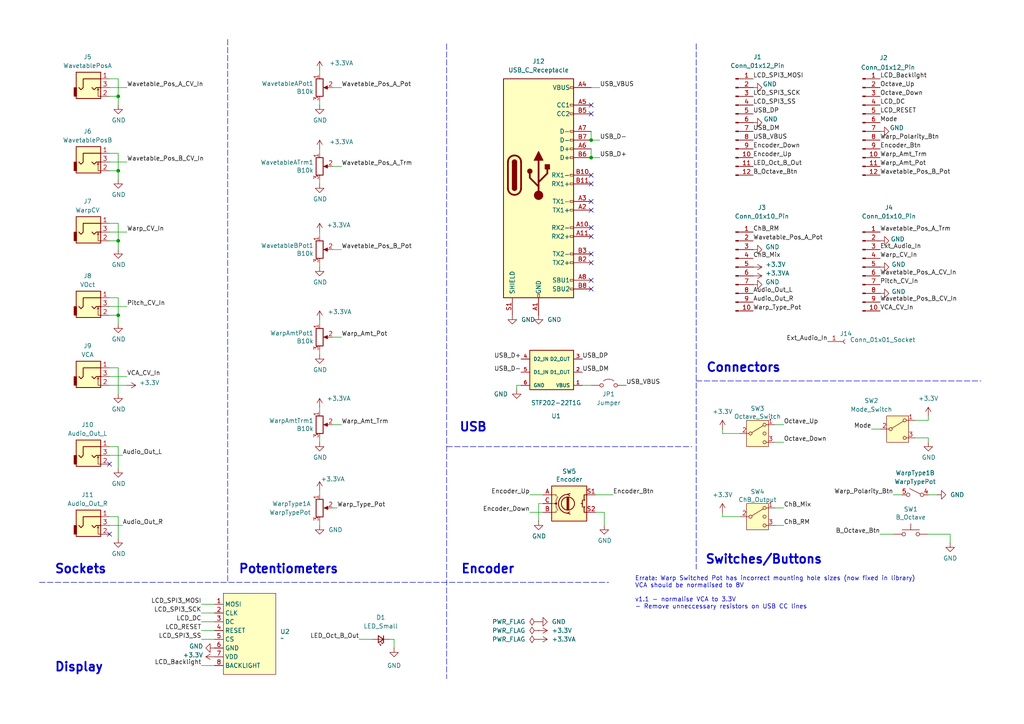
<source format=kicad_sch>
(kicad_sch (version 20231120) (generator "eeschema") (generator_version "8.0")
  (paper "A4")
  (title_block (title "Kishoof Components") (date "2025-07-06") (rev "1.1") (company "Mountjoy Modular"))
  (lib_symbols
    (symbol "Connector:Conn_01x01_Socket" (pin_names (offset 1.016) hide)
      (property "Reference" "J" (at 0 2.54 0))
      (property "Value" "Conn_01x01_Socket" (at 0 -2.54 0))
      (symbol "Conn_01x01_Socket_1_1"
        (pin passive line (at -5.08 0 0) (length 3.81) (name "Pin_1") (number "1"))
      )
    )
    (symbol "Connector:Conn_01x10_Pin" (pin_names (offset 1.016) hide)
      (property "Reference" "J" (at 0 12.7 0))
      (property "Value" "Conn_01x10_Pin" (at 0 -15.24 0))
      (symbol "Conn_01x10_Pin_1_1"
        (pin passive line (at 5.08 10.16 180) (length 3.81) (name "Pin_1") (number "1"))
        (pin passive line (at 5.08 -12.7 180) (length 3.81) (name "Pin_10") (number "10"))
        (pin passive line (at 5.08 7.62 180) (length 3.81) (name "Pin_2") (number "2"))
        (pin passive line (at 5.08 5.08 180) (length 3.81) (name "Pin_3") (number "3"))
        (pin passive line (at 5.08 2.54 180) (length 3.81) (name "Pin_4") (number "4"))
        (pin passive line (at 5.08 0 180) (length 3.81) (name "Pin_5") (number "5"))
        (pin passive line (at 5.08 -2.54 180) (length 3.81) (name "Pin_6") (number "6"))
        (pin passive line (at 5.08 -5.08 180) (length 3.81) (name "Pin_7") (number "7"))
        (pin passive line (at 5.08 -7.62 180) (length 3.81) (name "Pin_8") (number "8"))
        (pin passive line (at 5.08 -10.16 180) (length 3.81) (name "Pin_9") (number "9"))
      )
    )
    (symbol "Connector:Conn_01x12_Pin" (pin_names (offset 1.016) hide)
      (property "Reference" "J" (at 0 15.24 0))
      (property "Value" "Conn_01x12_Pin" (at 0 -17.78 0))
      (symbol "Conn_01x12_Pin_1_1"
        (pin passive line (at 5.08 12.7 180) (length 3.81) (name "Pin_1") (number "1"))
        (pin passive line (at 5.08 -10.16 180) (length 3.81) (name "Pin_10") (number "10"))
        (pin passive line (at 5.08 -12.7 180) (length 3.81) (name "Pin_11") (number "11"))
        (pin passive line (at 5.08 -15.24 180) (length 3.81) (name "Pin_12") (number "12"))
        (pin passive line (at 5.08 10.16 180) (length 3.81) (name "Pin_2") (number "2"))
        (pin passive line (at 5.08 7.62 180) (length 3.81) (name "Pin_3") (number "3"))
        (pin passive line (at 5.08 5.08 180) (length 3.81) (name "Pin_4") (number "4"))
        (pin passive line (at 5.08 2.54 180) (length 3.81) (name "Pin_5") (number "5"))
        (pin passive line (at 5.08 0 180) (length 3.81) (name "Pin_6") (number "6"))
        (pin passive line (at 5.08 -2.54 180) (length 3.81) (name "Pin_7") (number "7"))
        (pin passive line (at 5.08 -5.08 180) (length 3.81) (name "Pin_8") (number "8"))
        (pin passive line (at 5.08 -7.62 180) (length 3.81) (name "Pin_9") (number "9"))
      )
    )
    (symbol "Connector:USB_C_Receptacle" (pin_names (offset 1.016))
      (property "Reference" "J" (at -10.16 29.21 0))
      (property "Value" "USB_C_Receptacle" (at 10.16 29.21 0))
      (symbol "USB_C_Receptacle_1_1"
        (pin passive line (at 0 -40.64 90) (length 5.08) (name "GND") (number "A1"))
        (pin bidirectional line (at 15.24 -15.24 180) (length 5.08) (name "RX2-") (number "A10"))
        (pin bidirectional line (at 15.24 -17.78 180) (length 5.08) (name "RX2+") (number "A11"))
        (pin passive line (at 0 -40.64 90) (length 5.08) hide (name "GND") (number "A12"))
        (pin bidirectional line (at 15.24 -10.16 180) (length 5.08) (name "TX1+") (number "A2"))
        (pin bidirectional line (at 15.24 -7.62 180) (length 5.08) (name "TX1-") (number "A3"))
        (pin passive line (at 15.24 25.4 180) (length 5.08) (name "VBUS") (number "A4"))
        (pin bidirectional line (at 15.24 20.32 180) (length 5.08) (name "CC1") (number "A5"))
        (pin bidirectional line (at 15.24 7.62 180) (length 5.08) (name "D+") (number "A6"))
        (pin bidirectional line (at 15.24 12.7 180) (length 5.08) (name "D-") (number "A7"))
        (pin bidirectional line (at 15.24 -30.48 180) (length 5.08) (name "SBU1") (number "A8"))
        (pin passive line (at 15.24 25.4 180) (length 5.08) hide (name "VBUS") (number "A9"))
        (pin passive line (at 0 -40.64 90) (length 5.08) hide (name "GND") (number "B1"))
        (pin bidirectional line (at 15.24 0 180) (length 5.08) (name "RX1-") (number "B10"))
        (pin bidirectional line (at 15.24 -2.54 180) (length 5.08) (name "RX1+") (number "B11"))
        (pin passive line (at 0 -40.64 90) (length 5.08) hide (name "GND") (number "B12"))
        (pin bidirectional line (at 15.24 -25.4 180) (length 5.08) (name "TX2+") (number "B2"))
        (pin bidirectional line (at 15.24 -22.86 180) (length 5.08) (name "TX2-") (number "B3"))
        (pin passive line (at 15.24 25.4 180) (length 5.08) hide (name "VBUS") (number "B4"))
        (pin bidirectional line (at 15.24 17.78 180) (length 5.08) (name "CC2") (number "B5"))
        (pin bidirectional line (at 15.24 5.08 180) (length 5.08) (name "D+") (number "B6"))
        (pin bidirectional line (at 15.24 10.16 180) (length 5.08) (name "D-") (number "B7"))
        (pin bidirectional line (at 15.24 -33.02 180) (length 5.08) (name "SBU2") (number "B8"))
        (pin passive line (at 15.24 25.4 180) (length 5.08) hide (name "VBUS") (number "B9"))
        (pin passive line (at -7.62 -40.64 90) (length 5.08) (name "SHIELD") (number "S1"))
      )
    )
    (symbol "Device:LED_Small" (pin_numbers hide) (pin_names (offset 0.254) hide)
      (property "Reference" "D" (at -1.27 3.175 0))
      (property "Value" "LED_Small" (at -4.445 -2.54 0))
      (symbol "LED_Small_1_1"
        (pin passive line (at -2.54 0 0) (length 1.778) (name "K") (number "1"))
        (pin passive line (at 2.54 0 180) (length 1.778) (name "A") (number "2"))
      )
    )
    (symbol "Device:R_Potentiometer" (pin_names (offset 1.016) hide)
      (property "Reference" "RV" (at -4.445 0 90))
      (property "Value" "R_Potentiometer" (at -2.54 0 90))
      (symbol "R_Potentiometer_1_1"
        (pin passive line (at 0 3.81 270) (length 1.27) (name "1") (number "1"))
        (pin passive line (at 3.81 0 180) (length 1.27) (name "2") (number "2"))
        (pin passive line (at 0 -3.81 90) (length 1.27) (name "3") (number "3"))
      )
    )
    (symbol "Device:RotaryEncoder_Switch" (pin_names (offset 0.254) hide)
      (property "Reference" "SW" (at 0 6.604 0))
      (property "Value" "RotaryEncoder_Switch" (at 0 -6.604 0))
      (symbol "RotaryEncoder_Switch_1_1"
        (pin passive line (at -7.62 2.54 0) (length 2.54) (name "A") (number "A"))
        (pin passive line (at -7.62 -2.54 0) (length 2.54) (name "B") (number "B"))
        (pin passive line (at -7.62 0 0) (length 2.54) (name "C") (number "C"))
        (pin passive line (at 7.62 2.54 180) (length 2.54) (name "S1") (number "S1"))
        (pin passive line (at 7.62 -2.54 180) (length 2.54) (name "S2") (number "S2"))
      )
    )
    (symbol "Jumper:Jumper_2_Open" (pin_numbers hide) (pin_names (offset 0) hide) (exclude_from_sim yes)
      (property "Reference" "JP" (at 0 2.794 0))
      (property "Value" "Jumper_2_Open" (at 0 -2.286 0))
      (symbol "Jumper_2_Open_1_1"
        (pin passive line (at -5.08 0 0) (length 2.54) (name "A") (number "1"))
        (pin passive line (at 5.08 0 180) (length 2.54) (name "B") (number "2"))
      )
    )
    (symbol "Mountjoy:LCD_Riser"
      (property "Reference" "U" (at 0 -14.732 0))
      (symbol "LCD_Riser_0_0"
        (pin input line (at -10.16 7.62 0) (length 2.54) (name "MOSI") (number "1"))
        (pin input line (at -10.16 5.08 0) (length 2.54) (name "CLK") (number "2"))
        (pin input line (at -10.16 2.54 0) (length 2.54) (name "DC") (number "3"))
        (pin input line (at -10.16 0 0) (length 2.54) (name "RESET") (number "4"))
        (pin input line (at -10.16 -2.54 0) (length 2.54) (name "CS") (number "5"))
        (pin power_in line (at -10.16 -5.08 0) (length 2.54) (name "GND") (number "6"))
        (pin power_in line (at -10.16 -7.62 0) (length 2.54) (name "VDD") (number "7"))
        (pin input line (at -10.16 -10.16 0) (length 2.54) (name "BACKLIGHT") (number "8"))
      )
    )
    (symbol "Mountjoy:Switch_Potentiometer" (pin_names (offset 1.016) hide)
      (property "Reference" "RV" (at -7.62 1.27 90))
      (property "Value" "Switch_Potentiometer" (at -5.08 0 90))
      (symbol "Switch_Potentiometer_1_1"
        (pin passive line (at 0 3.81 270) (length 1.27) (name "1") (number "1"))
        (pin passive line (at 3.81 0 180) (length 1.27) (name "2") (number "2"))
        (pin passive line (at 0 -3.81 90) (length 1.27) (name "3") (number "3"))
      )
      (symbol "Switch_Potentiometer_2_1"
        (pin passive line (at -3.81 0 0) (length 1.27) (name "1") (number "4"))
        (pin passive line (at 3.81 0 180) (length 1.27) (name "2") (number "5"))
      )
    )
    (symbol "STF202-22T1G:STF202-22T1G" (pin_names (offset 1.016))
      (property "Reference" "U" (at -1.27 8.89 0))
      (property "Value" "STF202-22T1G" (at -7.62 -10.16 0))
      (symbol "STF202-22T1G_0_0"
        (pin bidirectional line (at 8.89 -3.81 180) (length 2.54) (name "VBUS") (number "1"))
        (pin bidirectional line (at 8.89 0 180) (length 2.54) (name "D1_OUT") (number "2"))
        (pin bidirectional line (at 8.89 3.81 180) (length 2.54) (name "D2_OUT") (number "3"))
        (pin bidirectional line (at -8.89 3.81 0) (length 2.54) (name "D2_IN") (number "4"))
        (pin bidirectional line (at -8.89 0 0) (length 2.54) (name "D1_IN") (number "5"))
        (pin power_in line (at -8.89 -3.81 0) (length 2.54) (name "GND") (number "6"))
      )
    )
    (symbol "Switch:SW_Push" (pin_numbers hide) (pin_names (offset 1.016) hide)
      (property "Reference" "SW" (at 1.27 2.54 0))
      (property "Value" "SW_Push" (at 0 -1.524 0))
      (symbol "SW_Push_0_1"
        (pin passive line (at -5.08 0 0) (length 2.54) (name "1") (number "1"))
        (pin passive line (at 5.08 0 180) (length 2.54) (name "2") (number "2"))
      )
    )
    (symbol "Switch:SW_SPDT" (pin_names (offset 0) hide)
      (property "Reference" "SW" (at 0 5.08 0))
      (property "Value" "SW_SPDT" (at 0 -5.08 0))
      (symbol "SW_SPDT_1_1"
        (pin passive line (at 5.08 2.54 180) (length 2.54) (name "A") (number "1"))
        (pin passive line (at -5.08 0 0) (length 2.54) (name "B") (number "2"))
        (pin passive line (at 5.08 -2.54 180) (length 2.54) (name "C") (number "3"))
      )
    )
    (symbol "Switch:SW_SPDT_MSM" (pin_names (offset 0) hide)
      (property "Reference" "SW" (at 0 5.08 0))
      (property "Value" "SW_SPDT_MSM" (at 0 -5.08 0))
      (symbol "SW_SPDT_MSM_1_1"
        (pin passive line (at 5.08 2.54 180) (length 2.54) (name "1") (number "1"))
        (pin passive line (at -5.08 0 0) (length 2.54) (name "3") (number "2"))
        (pin passive line (at 5.08 -2.54 180) (length 2.54) (name "4") (number "3"))
      )
    )
    (symbol "power:+3.3V" (power) (pin_numbers hide) (pin_names (offset 0) hide)
      (property "Value" "+3.3V" (at 0 3.556 0))
      (symbol "+3.3V_1_1"
        (pin power_in line (at 0 0 90) (length 0) (name "~") (number "1"))
      )
    )
    (symbol "power:+3.3VA" (power) (pin_numbers hide) (pin_names (offset 0) hide)
      (property "Value" "+3.3VA" (at 0 3.556 0))
      (symbol "+3.3VA_1_1"
        (pin power_in line (at 0 0 90) (length 0) (name "~") (number "1"))
      )
    )
    (symbol "power:GND" (power) (pin_numbers hide) (pin_names (offset 0) hide)
      (property "Value" "GND" (at 0 -3.81 0))
      (symbol "GND_1_1"
        (pin power_in line (at 0 0 270) (length 0) (name "~") (number "1"))
      )
    )
    (symbol "power:PWR_FLAG" (power) (pin_numbers hide) (pin_names (offset 0) hide)
      (property "Value" "PWR_FLAG" (at 0 3.81 0))
      (symbol "PWR_FLAG_0_0"
        (pin power_out line (at 0 0 90) (length 0) (name "~") (number "1"))
      )
    )
    (symbol "thonkiconn:AudioJack2_Ground_Switch" (pin_names (offset 1.016))
      (property "Reference" "J" (at 0 8.89 0))
      (property "Value" "AudioJack2_Ground_Switch" (at 0 6.35 0))
      (symbol "AudioJack2_Ground_Switch_1_1"
        (pin passive line (at 5.08 2.54 180) (length 2.54) (name "~") (number "1"))
        (pin passive line (at 5.08 -2.54 180) (length 2.54) (name "~") (number "2"))
        (pin passive line (at 5.08 0 180) (length 2.54) (name "~") (number "3"))
      )
    )
  )
  (junction (at 34.29 69.85))
  (junction (at 34.29 27.94))
  (junction (at 34.29 49.53))
  (junction (at 34.29 91.44))
  (junction (at 171.45 45.72))
  (junction (at 171.45 40.64))
  (no_connect (at 171.45 50.8))
  (no_connect (at 171.45 60.96))
  (no_connect (at 171.45 58.42))
  (no_connect (at 171.45 73.66))
  (no_connect (at 31.75 154.94))
  (no_connect (at 171.45 68.58))
  (no_connect (at 171.45 83.82))
  (no_connect (at 171.45 53.34))
  (no_connect (at 171.45 30.48))
  (no_connect (at 171.45 76.2))
  (no_connect (at 171.45 66.04))
  (no_connect (at 171.45 33.02))
  (no_connect (at 31.75 134.62))
  (no_connect (at 171.45 81.28))
  (wire (pts (xy 171.45 45.72) (xy 173.99 45.72)))
  (wire (pts (xy 34.29 22.86) (xy 34.29 27.94)))
  (wire (pts (xy 34.29 129.54) (xy 34.29 135.89)))
  (wire (pts (xy 58.42 180.34) (xy 62.23 180.34)))
  (wire (pts (xy 92.71 20.32) (xy 92.71 21.59)))
  (polyline (pts (xy 66.04 11.43) (xy 66.04 168.91)) (stroke (width 0) (type dash)))
  (wire (pts (xy 31.75 129.54) (xy 34.29 129.54)))
  (wire (pts (xy 153.67 148.59) (xy 157.48 148.59)))
  (wire (pts (xy 34.29 44.45) (xy 34.29 49.53)))
  (wire (pts (xy 275.59 154.94) (xy 275.59 157.48)))
  (wire (pts (xy 92.71 142.24) (xy 92.71 143.51)))
  (wire (pts (xy 92.71 52.07) (xy 92.71 53.34)))
  (wire (pts (xy 58.42 193.04) (xy 62.23 193.04)))
  (wire (pts (xy 209.55 124.46) (xy 209.55 125.73)))
  (wire (pts (xy 34.29 149.86) (xy 34.29 156.21)))
  (wire (pts (xy 34.29 106.68) (xy 34.29 114.3)))
  (wire (pts (xy 168.91 111.76) (xy 171.45 111.76)))
  (wire (pts (xy 31.75 49.53) (xy 34.29 49.53)))
  (wire (pts (xy 209.55 148.59) (xy 209.55 149.86)))
  (wire (pts (xy 224.79 147.32) (xy 227.33 147.32)))
  (wire (pts (xy 92.71 118.11) (xy 92.71 119.38)))
  (wire (pts (xy 31.75 111.76) (xy 36.83 111.76)))
  (polyline (pts (xy 129.54 129.54) (xy 200.66 129.54)) (stroke (width 0) (type dash)))
  (wire (pts (xy 31.75 91.44) (xy 34.29 91.44)))
  (wire (pts (xy 269.24 120.65) (xy 269.24 121.92)))
  (wire (pts (xy 31.75 27.94) (xy 34.29 27.94)))
  (wire (pts (xy 58.42 175.26) (xy 62.23 175.26)))
  (wire (pts (xy 92.71 92.71) (xy 92.71 93.98)))
  (polyline (pts (xy 129.54 12.7) (xy 129.54 196.85)) (stroke (width 0) (type dash)))
  (wire (pts (xy 97.79 147.32) (xy 96.52 147.32)))
  (wire (pts (xy 96.52 25.4) (xy 99.06 25.4)))
  (wire (pts (xy 31.75 86.36) (xy 34.29 86.36)))
  (wire (pts (xy 31.75 69.85) (xy 34.29 69.85)))
  (wire (pts (xy 265.43 121.92) (xy 269.24 121.92)))
  (wire (pts (xy 224.79 123.19) (xy 227.33 123.19)))
  (wire (pts (xy 214.63 125.73) (xy 209.55 125.73)))
  (wire (pts (xy 92.71 29.21) (xy 92.71 30.48)))
  (wire (pts (xy 104.14 185.42) (xy 107.95 185.42)))
  (wire (pts (xy 31.75 44.45) (xy 34.29 44.45)))
  (wire (pts (xy 224.79 128.27) (xy 227.33 128.27)))
  (wire (pts (xy 171.45 43.18) (xy 171.45 45.72)))
  (wire (pts (xy 156.21 146.05) (xy 157.48 146.05)))
  (wire (pts (xy 31.75 64.77) (xy 34.29 64.77)))
  (wire (pts (xy 31.75 106.68) (xy 34.29 106.68)))
  (wire (pts (xy 34.29 69.85) (xy 34.29 72.39)))
  (wire (pts (xy 92.71 101.6) (xy 92.71 102.87)))
  (wire (pts (xy 113.03 185.42) (xy 114.3 185.42)))
  (wire (pts (xy 149.86 111.76) (xy 151.13 111.76)))
  (wire (pts (xy 31.75 25.4) (xy 36.83 25.4)))
  (wire (pts (xy 92.71 43.18) (xy 92.71 44.45)))
  (wire (pts (xy 269.24 127) (xy 269.24 128.27)))
  (wire (pts (xy 224.79 152.4) (xy 227.33 152.4)))
  (wire (pts (xy 172.72 143.51) (xy 177.8 143.51)))
  (wire (pts (xy 96.52 48.26) (xy 99.06 48.26)))
  (wire (pts (xy 149.86 113.03) (xy 149.86 111.76)))
  (wire (pts (xy 255.27 154.94) (xy 259.08 154.94)))
  (polyline (pts (xy 11.43 168.91) (xy 176.53 168.91)) (stroke (width 0) (type dash)))
  (wire (pts (xy 92.71 152.4) (xy 92.71 151.13)))
  (wire (pts (xy 269.24 154.94) (xy 275.59 154.94)))
  (wire (pts (xy 34.29 86.36) (xy 34.29 91.44)))
  (wire (pts (xy 96.52 72.39) (xy 99.06 72.39)))
  (wire (pts (xy 175.26 148.59) (xy 175.26 152.4)))
  (wire (pts (xy 153.67 143.51) (xy 157.48 143.51)))
  (wire (pts (xy 31.75 46.99) (xy 36.83 46.99)))
  (wire (pts (xy 173.99 25.4) (xy 171.45 25.4)))
  (wire (pts (xy 173.99 40.64) (xy 171.45 40.64)))
  (wire (pts (xy 92.71 67.31) (xy 92.71 68.58)))
  (wire (pts (xy 96.52 97.79) (xy 99.06 97.79)))
  (wire (pts (xy 34.29 27.94) (xy 34.29 30.48)))
  (wire (pts (xy 265.43 127) (xy 269.24 127)))
  (polyline (pts (xy 201.93 12.7) (xy 201.93 165.1)) (stroke (width 0) (type dash)))
  (wire (pts (xy 92.71 127) (xy 92.71 128.27)))
  (wire (pts (xy 214.63 149.86) (xy 209.55 149.86)))
  (wire (pts (xy 31.75 67.31) (xy 36.83 67.31)))
  (wire (pts (xy 31.75 132.08) (xy 35.56 132.08)))
  (wire (pts (xy 31.75 88.9) (xy 36.83 88.9)))
  (wire (pts (xy 255.27 124.46) (xy 252.73 124.46)))
  (wire (pts (xy 92.71 76.2) (xy 92.71 77.47)))
  (polyline (pts (xy 300.99 12.7) (xy 300.99 200.66)) (stroke (width 0) (type dash)))
  (wire (pts (xy 31.75 149.86) (xy 34.29 149.86)))
  (wire (pts (xy 171.45 38.1) (xy 171.45 40.64)))
  (wire (pts (xy 31.75 152.4) (xy 35.56 152.4)))
  (wire (pts (xy 34.29 91.44) (xy 34.29 93.98)))
  (wire (pts (xy 34.29 64.77) (xy 34.29 69.85)))
  (wire (pts (xy 31.75 109.22) (xy 36.83 109.22)))
  (wire (pts (xy 96.52 123.19) (xy 99.06 123.19)))
  (wire (pts (xy 269.24 143.51) (xy 271.78 143.51)))
  (polyline (pts (xy 201.93 110.49) (xy 284.48 110.49)) (stroke (width 0) (type dash)))
  (wire (pts (xy 58.42 185.42) (xy 62.23 185.42)))
  (wire (pts (xy 259.08 143.51) (xy 261.62 143.51)))
  (wire (pts (xy 172.72 148.59) (xy 175.26 148.59)))
  (wire (pts (xy 156.21 151.13) (xy 156.21 146.05)))
  (wire (pts (xy 114.3 185.42) (xy 114.3 187.96)))
  (wire (pts (xy 58.42 177.8) (xy 62.23 177.8)))
  (wire (pts (xy 34.29 49.53) (xy 34.29 52.07)))
  (wire (pts (xy 31.75 22.86) (xy 34.29 22.86)))
  (wire (pts (xy 58.42 182.88) (xy 62.23 182.88)))
  (text "Encoder" (at 133.604 166.624 0) (effects (font (size 2.54 2.54) (thickness 0.508) (bold yes)) (justify left bottom)))
  (text "Errata: Warp Switched Pot has incorrect mounting hole sizes (now fixed in library)\nVCA should be normalised to 8V\n\nv1.1 - normalise VCA to 3.3V\n- Remove unneccessary resistors on USB CC lines" (at 184.15 171.958 0) (effects (font (size 1.27 1.27)) (justify left)))
  (text "Sockets" (at 15.748 166.624 0) (effects (font (size 2.54 2.54) (thickness 0.508) (bold yes)) (justify left bottom)))
  (text "Connectors" (at 204.724 108.204 0) (effects (font (size 2.54 2.54) (thickness 0.508) (bold yes)) (justify left bottom)))
  (text "Potentiometers" (at 69.088 166.624 0) (effects (font (size 2.54 2.54) (thickness 0.508) (bold yes)) (justify left bottom)))
  (text "Switches/Buttons" (at 204.47 163.83 0) (effects (font (size 2.54 2.54) (thickness 0.508) (bold yes)) (justify left bottom)))
  (text "Display" (at 15.748 195.072 0) (effects (font (size 2.54 2.54) (thickness 0.508) (bold yes)) (justify left bottom)))
  (text "USB" (at 133.096 125.476 0) (effects (font (size 2.54 2.54) (thickness 0.508) (bold yes)) (justify left bottom)))
  (label "Audio_Out_R" (at 218.44 87.63 0))
  (label "USB_D-" (at 151.13 107.95 180))
  (label "Octave_Up" (at 255.27 25.4 0))
  (label "LED_Oct_B_Out" (at 218.44 48.26 0))
  (label "Encoder_Btn" (at 177.8 143.51 0))
  (label "LCD_SPI3_SCK" (at 58.42 177.8 180))
  (label "Mode" (at 252.73 124.46 180))
  (label "LCD_SPI3_MOSI" (at 218.44 22.86 0))
  (label "Wavetable_Pos_A_Pot" (at 99.06 25.4 0))
  (label "Octave_Down" (at 227.33 128.27 0))
  (label "Wavetable_Pos_A_Trm" (at 99.06 48.26 0))
  (label "Warp_Type_Pot" (at 218.44 90.17 0))
  (label "Encoder_Up" (at 153.67 143.51 180))
  (label "LCD_RESET" (at 58.42 182.88 180))
  (label "LCD_Backlight" (at 58.42 193.04 180))
  (label "B_Octave_Btn" (at 218.44 50.8 0))
  (label "Wavetable_Pos_B_CV_In" (at 36.83 46.99 0))
  (label "ChB_Mix" (at 227.33 147.32 0))
  (label "LCD_SPI3_SS" (at 58.42 185.42 180))
  (label "VCA_CV_In" (at 255.27 90.17 0))
  (label "LCD_SPI3_SS" (at 218.44 30.48 0))
  (label "Encoder_Down" (at 153.67 148.59 180))
  (label "Warp_CV_In" (at 255.27 74.93 0))
  (label "Wavetable_Pos_A_Trm" (at 255.27 67.31 0))
  (label "Octave_Down" (at 255.27 27.94 0))
  (label "ChB_RM" (at 227.33 152.4 0))
  (label "Audio_Out_L" (at 35.56 132.08 0))
  (label "LCD_Backlight" (at 255.27 22.86 0))
  (label "Wavetable_Pos_B_Pot" (at 255.27 50.8 0))
  (label "Warp_Amt_Trm" (at 255.27 45.72 0))
  (label "Encoder_Down" (at 218.44 43.18 0))
  (label "USB_DP" (at 218.44 33.02 0))
  (label "Pitch_CV_In" (at 36.83 88.9 0))
  (label "Octave_Up" (at 227.33 123.19 0))
  (label "USB_D-" (at 173.99 40.64 0))
  (label "USB_D+" (at 173.99 45.72 0))
  (label "LED_Oct_B_Out" (at 104.14 185.42 180))
  (label "Warp_Type_Pot" (at 97.79 147.32 0))
  (label "Warp_Polarity_Btn" (at 259.08 143.51 180))
  (label "USB_DM" (at 218.44 38.1 0))
  (label "ChB_Mix" (at 218.44 74.93 0))
  (label "Wavetable_Pos_A_Pot" (at 218.44 69.85 0))
  (label "USB_DM" (at 168.91 107.95 0))
  (label "Encoder_Btn" (at 255.27 43.18 0))
  (label "LCD_DC" (at 255.27 30.48 0))
  (label "Wavetable_Pos_B_CV_In" (at 255.27 87.63 0))
  (label "Audio_Out_R" (at 35.56 152.4 0))
  (label "Ext_Audio_In" (at 240.03 99.06 180))
  (label "Warp_Amt_Trm" (at 99.06 123.19 0))
  (label "Wavetable_Pos_A_CV_In" (at 255.27 80.01 0))
  (label "USB_D+" (at 151.13 104.14 180))
  (label "Wavetable_Pos_B_Pot" (at 99.06 72.39 0))
  (label "LCD_DC" (at 58.42 180.34 180))
  (label "USB_VBUS" (at 173.99 25.4 0))
  (label "Wavetable_Pos_A_CV_In" (at 36.83 25.4 0))
  (label "VCA_CV_In" (at 36.83 109.22 0))
  (label "Pitch_CV_In" (at 255.27 82.55 0))
  (label "Warp_Amt_Pot" (at 255.27 48.26 0))
  (label "B_Octave_Btn" (at 255.27 154.94 180))
  (label "USB_DP" (at 168.91 104.14 0))
  (label "Warp_Amt_Pot" (at 99.06 97.79 0))
  (label "LCD_SPI3_MOSI" (at 58.42 175.26 180))
  (label "ChB_RM" (at 218.44 67.31 0))
  (label "Warp_CV_In" (at 36.83 67.31 0))
  (label "Ext_Audio_In" (at 255.27 72.39 0))
  (label "LCD_SPI3_SCK" (at 218.44 27.94 0))
  (label "Audio_Out_L" (at 218.44 85.09 0))
  (label "Warp_Polarity_Btn" (at 255.27 40.64 0))
  (label "USB_VBUS" (at 218.44 40.64 0))
  (label "USB_VBUS" (at 181.61 111.76 0))
  (label "LCD_RESET" (at 255.27 33.02 0))
  (label "Mode" (at 255.27 35.56 0))
  (label "Encoder_Up" (at 218.44 45.72 0))
  (symbol (lib_id "power:GND") (at 255.27 77.47 90) (unit 1)
    (property "Reference" "#PWR045" (effects (hide yes)))
    (property "Value" "GND" (at 258.572 76.708 90) (effects (justify right)))
    (property "Description" "Power symbol creates a global label with name \"GND\" , ground" (effects (hide yes)))
  )
  (symbol (lib_id "power:GND") (at 62.23 187.96 270) (unit 1)
    (property "Reference" "#PWR022" (effects (hide yes)))
    (property "Value" "GND" (at 58.928 187.452 90) (effects (justify right)))
    (property "Description" "Power symbol creates a global label with name \"GND\" , ground" (effects (hide yes)))
  )
  (symbol (lib_id "power:+3.3VA") (at 92.71 67.31 0) (unit 1)
    (property "Reference" "#PWR012" (effects (hide yes)))
    (property "Value" "+3.3VA" (at 94.742 65.278 0) (effects (justify left)))
    (property "Description" "Power symbol creates a global label with name \"+3.3VA\"" (effects (hide yes)))
  )
  (symbol (lib_id "power:+3.3V") (at 269.24 120.65 0) (unit 1)
    (property "Reference" "#PWR030" (effects (hide yes)))
    (property "Value" "+3.3V" (at 269.24 115.57 0))
    (property "Description" "Power symbol creates a global label with name \"+3.3V\"" (effects (hide yes)))
  )
  (symbol (lib_id "power:+3.3V") (at 62.23 190.5 90) (unit 1)
    (property "Reference" "#PWR023" (effects (hide yes)))
    (property "Value" "+3.3V" (at 58.928 189.992 90) (effects (justify left)))
    (property "Description" "Power symbol creates a global label with name \"+3.3V\"" (effects (hide yes)))
  )
  (symbol (lib_id "power:GND") (at 156.21 91.44 0) (unit 1)
    (property "Reference" "#PWR021" (effects (hide yes)))
    (property "Value" "GND" (at 158.75 92.7099 0) (effects (justify left)))
    (property "Description" "Power symbol creates a global label with name \"GND\" , ground" (effects (hide yes)))
  )
  (symbol (lib_id "power:+3.3V") (at 156.21 182.88 270) (unit 1)
    (property "Reference" "#PWR038" (effects (hide yes)))
    (property "Value" "+3.3V" (at 160.02 182.8799 90) (effects (justify left)))
    (property "Description" "Power symbol creates a global label with name \"+3.3V\"" (effects (hide yes)))
  )
  (symbol (lib_id "power:GND") (at 269.24 128.27 0) (unit 1)
    (property "Reference" "#PWR031" (effects (hide yes)))
    (property "Value" "GND" (at 269.367 132.6642 0))
    (property "Description" "Power symbol creates a global label with name \"GND\" , ground" (effects (hide yes)))
  )
  (symbol (lib_id "Device:R_Potentiometer") (at 92.71 123.19 0) (unit 1)
    (property "Reference" "WarpAmtTrm1" (at 90.9574 122.0216 0) (effects (justify right)))
    (property "Value" "B10k" (at 90.9574 124.333 0) (effects (justify right)))
    (property "Footprint" "Custom_Footprints:Alpha_9mm_Potentiometer_Aligned" (effects (hide yes)))
    (property "Description" "Potentiometer" (effects (hide yes)))
  )
  (symbol (lib_id "Device:R_Potentiometer") (at 92.71 72.39 0) (unit 1)
    (property "Reference" "WavetableBPot1" (at 90.9574 71.2216 0) (effects (justify right)))
    (property "Value" "B10k" (at 90.9574 73.533 0) (effects (justify right)))
    (property "Footprint" "Custom_Footprints:Alpha_9mm_Potentiometer_Aligned" (effects (hide yes)))
    (property "Description" "Potentiometer" (effects (hide yes)))
  )
  (symbol (lib_id "power:+3.3V") (at 209.55 124.46 0) (unit 1)
    (property "Reference" "#PWR027" (effects (hide yes)))
    (property "Value" "+3.3V" (at 209.55 119.38 0))
    (property "Description" "Power symbol creates a global label with name \"+3.3V\"" (effects (hide yes)))
  )
  (symbol (lib_id "power:GND") (at 92.71 152.4 0) (mirror y) (unit 1)
    (property "Reference" "#PWR019" (effects (hide yes)))
    (property "Value" "GND" (at 95.25 153.6699 0) (effects (justify right)))
    (property "Description" "Power symbol creates a global label with name \"GND\" , ground" (effects (hide yes)))
  )
  (symbol (lib_id "thonkiconn:AudioJack2_Ground_Switch") (at 26.67 25.4 0) (unit 1)
    (property "Reference" "J5" (at 25.4 16.51 0))
    (property "Value" "WavetablePosA" (at 25.4 19.05 0))
    (property "Footprint" "Custom_Footprints:THONKICONN_hole" (effects (hide yes)))
    (property "Description" "Audio Jack, 2 Poles (Mono / TS), Switched Pole (Normalling)" (effects (hide yes)))
  )
  (symbol (lib_id "thonkiconn:AudioJack2_Ground_Switch") (at 26.67 132.08 0) (unit 1)
    (property "Reference" "J10" (at 25.4 123.19 0))
    (property "Value" "Audio_Out_L" (at 25.4 125.73 0))
    (property "Footprint" "Custom_Footprints:THONKICONN_hole" (effects (hide yes)))
    (property "Description" "Audio Jack, 2 Poles (Mono / TS), Switched Pole (Normalling)" (effects (hide yes)))
  )
  (symbol (lib_id "thonkiconn:AudioJack2_Ground_Switch") (at 26.67 46.99 0) (unit 1)
    (property "Reference" "J6" (at 25.4 38.1 0))
    (property "Value" "WavetablePosB" (at 25.4 40.64 0))
    (property "Footprint" "Custom_Footprints:THONKICONN_hole" (effects (hide yes)))
    (property "Description" "Audio Jack, 2 Poles (Mono / TS), Switched Pole (Normalling)" (effects (hide yes)))
  )
  (symbol (lib_id "power:GND") (at 271.78 143.51 90) (mirror x) (unit 1)
    (property "Reference" "#PWR033" (effects (hide yes)))
    (property "Value" "GND" (at 275.59 143.5099 90) (effects (justify right)))
    (property "Description" "Power symbol creates a global label with name \"GND\" , ground" (effects (hide yes)))
  )
  (symbol (lib_id "power:GND") (at 34.29 114.3 0) (unit 1)
    (property "Reference" "#PWR05" (effects (hide yes)))
    (property "Value" "GND" (at 34.417 118.6942 0))
    (property "Description" "Power symbol creates a global label with name \"GND\" , ground" (effects (hide yes)))
  )
  (symbol (lib_id "STF202-22T1G:STF202-22T1G") (at 160.02 107.95 0) (unit 1)
    (property "Reference" "U1" (at 161.29 120.65 0))
    (property "Value" "STF202-22T1G" (at 161.29 116.84 0))
    (property "Footprint" "Custom_Footprints:STF202-22T1G" (effects (hide yes)))
    (property "MF" "ON Semiconductor" (effects (hide yes)))
    (property "DESCRIPTION" "RC (Pi) EMI Filter 2nd Order Low Pass 2 Channel R = 22Ohms, C = 68pF SC-74, SOT-457" (effects (hide yes)))
    (property "PACKAGE" "TSOP-6 ON Semiconductor" (effects (hide yes)))
    (property "PRICE" "None" (effects (hide yes)))
    (property "MP" "STF202-22T1G" (effects (hide yes)))
    (property "AVAILABILITY" "In Stock" (effects (hide yes)))
    (property "PURCHASE-URL" "https://pricing.snapeda.com/search/part/STF202-22T1G/?ref=eda" (effects (hide yes)))
  )
  (symbol (lib_id "power:+3.3VA") (at 218.44 80.01 270) (unit 1)
    (property "Reference" "#PWR041" (effects (hide yes)))
    (property "Value" "+3.3VA" (at 221.996 79.2479 90) (effects (justify left)))
    (property "Description" "Power symbol creates a global label with name \"+3.3VA\"" (effects (hide yes)))
  )
  (symbol (lib_id "power:GND") (at 255.27 85.09 90) (unit 1)
    (property "Reference" "#PWR046" (effects (hide yes)))
    (property "Value" "GND" (at 258.572 84.582 90) (effects (justify right)))
    (property "Description" "Power symbol creates a global label with name \"GND\" , ground" (effects (hide yes)))
  )
  (symbol (lib_id "Switch:SW_Push") (at 264.16 154.94 0) (unit 1)
    (property "Reference" "SW1" (at 264.16 147.701 0))
    (property "Value" "B_Octave" (at 264.16 150.0124 0))
    (property "Footprint" "Custom_Footprints:SW_PUSH_6mm_aligned" (effects (hide yes)))
    (property "Description" "Push button switch, generic, two pins" (effects (hide yes)))
  )
  (symbol (lib_id "power:PWR_FLAG") (at 156.21 185.42 90) (unit 1)
    (property "Reference" "#FLG03" (effects (hide yes)))
    (property "Value" "PWR_FLAG" (at 152.4 185.42 90) (effects (justify left)))
    (property "Description" "Special symbol for telling ERC where power comes from" (effects (hide yes)))
  )
  (symbol (lib_id "Connector:Conn_01x10_Pin") (at 213.36 77.47 0) (unit 1)
    (property "Reference" "J3" (at 220.98 60.198 0))
    (property "Value" "Conn_01x10_Pin" (at 220.98 62.738 0))
    (property "Footprint" "Connector_PinSocket_2.54mm:PinSocket_1x10_P2.54mm_Vertical" (effects (hide yes)))
    (property "Description" "Generic connector, single row, 01x10, script generated" (effects (hide yes)))
  )
  (symbol (lib_id "power:GND") (at 275.59 157.48 0) (unit 1)
    (property "Reference" "#PWR025" (effects (hide yes)))
    (property "Value" "GND" (at 275.59 161.925 0))
    (property "Description" "Power symbol creates a global label with name \"GND\" , ground" (effects (hide yes)))
  )
  (symbol (lib_id "Mountjoy:Switch_Potentiometer") (at 92.71 147.32 0) (unit 1)
    (property "Reference" "WarpType1" (at 90.17 146.1007 0) (effects (justify right)))
    (property "Value" "WarpTypePot" (at 90.17 148.6407 0) (effects (justify right)))
    (property "Footprint" "Custom_Footprints:Bourns_Switch_Potentiometer" (effects (hide yes)))
    (property "Description" "Potentiometer" (effects (hide yes)))
  )
  (symbol (lib_id "Device:R_Potentiometer") (at 92.71 48.26 0) (unit 1)
    (property "Reference" "WavetableATrm1" (at 90.9574 47.0916 0) (effects (justify right)))
    (property "Value" "B10k" (at 90.9574 49.403 0) (effects (justify right)))
    (property "Footprint" "Custom_Footprints:Alpha_9mm_Potentiometer_Aligned" (effects (hide yes)))
    (property "Description" "Potentiometer" (effects (hide yes)))
  )
  (symbol (lib_id "power:GND") (at 218.44 72.39 90) (unit 1)
    (property "Reference" "#PWR036" (effects (hide yes)))
    (property "Value" "GND" (at 221.996 71.628 90) (effects (justify right)))
    (property "Description" "Power symbol creates a global label with name \"GND\" , ground" (effects (hide yes)))
  )
  (symbol (lib_id "Switch:SW_SPDT") (at 260.35 124.46 0) (unit 1)
    (property "Reference" "SW2" (at 252.73 116.205 0))
    (property "Value" "Mode_Switch" (at 252.73 118.745 0))
    (property "Footprint" "Custom_Footprints:SPDT_Miniature" (effects (hide yes)))
    (property "Description" "Switch, single pole double throw" (effects (hide yes)))
  )
  (symbol (lib_id "power:GND") (at 148.59 91.44 0) (unit 1)
    (property "Reference" "#PWR020" (effects (hide yes)))
    (property "Value" "GND" (at 151.13 92.7099 0) (effects (justify left)))
    (property "Description" "Power symbol creates a global label with name \"GND\" , ground" (effects (hide yes)))
  )
  (symbol (lib_id "thonkiconn:AudioJack2_Ground_Switch") (at 26.67 109.22 0) (unit 1)
    (property "Reference" "J9" (at 25.4 100.33 0))
    (property "Value" "VCA" (at 25.4 102.87 0))
    (property "Footprint" "Custom_Footprints:THONKICONN_hole" (effects (hide yes)))
    (property "Description" "Audio Jack, 2 Poles (Mono / TS), Switched Pole (Normalling)" (effects (hide yes)))
  )
  (symbol (lib_id "power:GND") (at 92.71 102.87 0) (unit 1)
    (property "Reference" "#PWR015" (effects (hide yes)))
    (property "Value" "GND" (at 92.837 107.2642 0))
    (property "Description" "Power symbol creates a global label with name \"GND\" , ground" (effects (hide yes)))
  )
  (symbol (lib_id "power:+3.3V") (at 209.55 148.59 0) (unit 1)
    (property "Reference" "#PWR028" (effects (hide yes)))
    (property "Value" "+3.3V" (at 209.55 143.51 0))
    (property "Description" "Power symbol creates a global label with name \"+3.3V\"" (effects (hide yes)))
  )
  (symbol (lib_id "power:+3.3VA") (at 92.71 118.11 0) (unit 1)
    (property "Reference" "#PWR016" (effects (hide yes)))
    (property "Value" "+3.3VA" (at 94.742 115.57 0) (effects (justify left)))
    (property "Description" "Power symbol creates a global label with name \"+3.3VA\"" (effects (hide yes)))
  )
  (symbol (lib_id "thonkiconn:AudioJack2_Ground_Switch") (at 26.67 88.9 0) (unit 1)
    (property "Reference" "J8" (at 25.4 80.01 0))
    (property "Value" "VOct" (at 25.4 82.55 0))
    (property "Footprint" "Custom_Footprints:THONKICONN_hole" (effects (hide yes)))
    (property "Description" "Audio Jack, 2 Poles (Mono / TS), Switched Pole (Normalling)" (effects (hide yes)))
  )
  (symbol (lib_id "power:GND") (at 92.71 30.48 0) (unit 1)
    (property "Reference" "#PWR09" (effects (hide yes)))
    (property "Value" "GND" (at 92.837 34.8742 0))
    (property "Description" "Power symbol creates a global label with name \"GND\" , ground" (effects (hide yes)))
  )
  (symbol (lib_id "power:GND") (at 218.44 82.55 90) (unit 1)
    (property "Reference" "#PWR042" (effects (hide yes)))
    (property "Value" "GND" (at 221.996 81.788 90) (effects (justify right)))
    (property "Description" "Power symbol creates a global label with name \"GND\" , ground" (effects (hide yes)))
  )
  (symbol (lib_id "power:GND") (at 34.29 52.07 0) (unit 1)
    (property "Reference" "#PWR02" (effects (hide yes)))
    (property "Value" "GND" (at 34.417 56.4642 0))
    (property "Description" "Power symbol creates a global label with name \"GND\" , ground" (effects (hide yes)))
  )
  (symbol (lib_id "Mountjoy:LCD_Riser") (at 72.39 182.88 0) (unit 1)
    (property "Reference" "U2" (at 81.28 183.1974 0) (effects (justify left)))
    (property "Value" "~" (at 81.28 185.1025 0) (effects (justify left)))
    (property "Footprint" "Custom_Footprints:LCD_Riser" (effects (hide yes)))
  )
  (symbol (lib_id "power:GND") (at 255.27 38.1 90) (unit 1)
    (property "Reference" "#PWR043" (effects (hide yes)))
    (property "Value" "GND" (at 258.064 37.084 90) (effects (justify right)))
    (property "Description" "Power symbol creates a global label with name \"GND\" , ground" (effects (hide yes)))
  )
  (symbol (lib_id "thonkiconn:AudioJack2_Ground_Switch") (at 26.67 67.31 0) (unit 1)
    (property "Reference" "J7" (at 25.4 58.42 0))
    (property "Value" "WarpCV" (at 25.4 60.96 0))
    (property "Footprint" "Custom_Footprints:THONKICONN_hole" (effects (hide yes)))
    (property "Description" "Audio Jack, 2 Poles (Mono / TS), Switched Pole (Normalling)" (effects (hide yes)))
  )
  (symbol (lib_id "Mountjoy:Switch_Potentiometer") (at 265.43 143.51 0) (mirror y) (unit 2)
    (property "Reference" "WarpType1" (at 265.43 137.16 0))
    (property "Value" "WarpTypePot" (at 265.43 139.7 0))
    (property "Footprint" "Custom_Footprints:Bourns_Switch_Potentiometer" (effects (hide yes)))
    (property "Description" "Potentiometer" (effects (hide yes)))
  )
  (symbol (lib_id "power:GND") (at 92.71 77.47 0) (unit 1)
    (property "Reference" "#PWR013" (effects (hide yes)))
    (property "Value" "GND" (at 92.837 81.8642 0))
    (property "Description" "Power symbol creates a global label with name \"GND\" , ground" (effects (hide yes)))
  )
  (symbol (lib_id "Device:R_Potentiometer") (at 92.71 97.79 0) (unit 1)
    (property "Reference" "WarpAmtPot1" (at 90.9574 96.6216 0) (effects (justify right)))
    (property "Value" "B10k" (at 90.9574 98.933 0) (effects (justify right)))
    (property "Footprint" "Custom_Footprints:Alpha_9mm_Potentiometer_Aligned" (effects (hide yes)))
    (property "Description" "Potentiometer" (effects (hide yes)))
  )
  (symbol (lib_id "power:GND") (at 114.3 187.96 0) (mirror y) (unit 1)
    (property "Reference" "#PWR024" (effects (hide yes)))
    (property "Value" "GND" (at 114.3 193.04 0))
    (property "Description" "Power symbol creates a global label with name \"GND\" , ground" (effects (hide yes)))
  )
  (symbol (lib_id "Connector:Conn_01x12_Pin") (at 213.36 35.56 0) (unit 1)
    (property "Reference" "J1" (at 219.71 16.51 0))
    (property "Value" "Conn_01x12_Pin" (at 219.71 19.05 0))
    (property "Footprint" "Connector_PinSocket_2.54mm:PinSocket_1x12_P2.54mm_Vertical" (effects (hide yes)))
    (property "Description" "Generic connector, single row, 01x12, script generated" (effects (hide yes)))
  )
  (symbol (lib_id "power:PWR_FLAG") (at 156.21 182.88 90) (unit 1)
    (property "Reference" "#FLG02" (effects (hide yes)))
    (property "Value" "PWR_FLAG" (at 152.4 182.88 90) (effects (justify left)))
    (property "Description" "Special symbol for telling ERC where power comes from" (effects (hide yes)))
  )
  (symbol (lib_id "Jumper:Jumper_2_Open") (at 176.53 111.76 0) (unit 1)
    (property "Reference" "JP1" (at 176.53 114.3 0))
    (property "Value" "Jumper" (at 176.53 116.84 0))
    (property "Footprint" "Jumper:SolderJumper-2_P1.3mm_Open_RoundedPad1.0x1.5mm" (effects (hide yes)))
    (property "Description" "Jumper, 2-pole, open" (effects (hide yes)))
  )
  (symbol (lib_id "power:+3.3V") (at 36.83 111.76 270) (unit 1)
    (property "Reference" "#PWR047" (effects (hide yes)))
    (property "Value" "+3.3V" (at 40.386 110.9979 90) (effects (justify left)))
    (property "Description" "Power symbol creates a global label with name \"+3.3V\"" (effects (hide yes)))
  )
  (symbol (lib_id "power:GND") (at 218.44 35.56 90) (unit 1)
    (property "Reference" "#PWR035" (effects (hide yes)))
    (property "Value" "GND" (at 221.488 34.544 90) (effects (justify right)))
    (property "Description" "Power symbol creates a global label with name \"GND\" , ground" (effects (hide yes)))
  )
  (symbol (lib_id "power:GND") (at 92.71 128.27 0) (unit 1)
    (property "Reference" "#PWR017" (effects (hide yes)))
    (property "Value" "GND" (at 92.837 132.6642 0))
    (property "Description" "Power symbol creates a global label with name \"GND\" , ground" (effects (hide yes)))
  )
  (symbol (lib_id "Device:LED_Small") (at 110.49 185.42 180) (unit 1)
    (property "Reference" "D1" (at 110.4265 179.07 0))
    (property "Value" "LED_Small" (at 110.4265 181.61 0))
    (property "Footprint" "LED_THT:LED_D3.0mm_FlatTop" (effects (hide yes)))
    (property "Description" "Light emitting diode, small symbol" (effects (hide yes)))
  )
  (symbol (lib_id "power:+3.3VA") (at 92.71 43.18 0) (unit 1)
    (property "Reference" "#PWR010" (effects (hide yes)))
    (property "Value" "+3.3VA" (at 95.504 41.148 0) (effects (justify left)))
    (property "Description" "Power symbol creates a global label with name \"+3.3VA\"" (effects (hide yes)))
  )
  (symbol (lib_id "power:+3.3VA") (at 156.21 185.42 270) (unit 1)
    (property "Reference" "#PWR039" (effects (hide yes)))
    (property "Value" "+3.3VA" (at 160.02 185.4199 90) (effects (justify left)))
    (property "Description" "Power symbol creates a global label with name \"+3.3VA\"" (effects (hide yes)))
  )
  (symbol (lib_id "Switch:SW_SPDT_MSM") (at 219.71 125.73 0) (unit 1)
    (property "Reference" "SW3" (at 219.71 118.491 0))
    (property "Value" "Octave_Switch" (at 219.71 120.8024 0))
    (property "Footprint" "Custom_Footprints:SP3T_Mini_Switch" (effects (hide yes)))
    (property "Description" "Switch, single pole double throw, center OFF position" (effects (hide yes)))
  )
  (symbol (lib_id "thonkiconn:AudioJack2_Ground_Switch") (at 26.67 152.4 0) (unit 1)
    (property "Reference" "J11" (at 25.4 143.51 0))
    (property "Value" "Audio_Out_R" (at 25.4 146.05 0))
    (property "Footprint" "Custom_Footprints:THONKICONN_hole" (effects (hide yes)))
    (property "Description" "Audio Jack, 2 Poles (Mono / TS), Switched Pole (Normalling)" (effects (hide yes)))
  )
  (symbol (lib_id "Switch:SW_SPDT_MSM") (at 219.71 149.86 0) (unit 1)
    (property "Reference" "SW4" (at 219.71 142.621 0))
    (property "Value" "ChB_Output" (at 219.71 144.9324 0))
    (property "Footprint" "Custom_Footprints:SP3T_Mini_Switch" (effects (hide yes)))
    (property "Description" "Switch, single pole double throw, center OFF position" (effects (hide yes)))
  )
  (symbol (lib_id "power:GND") (at 34.29 156.21 0) (unit 1)
    (property "Reference" "#PWR07" (effects (hide yes)))
    (property "Value" "GND" (at 34.417 160.6042 0))
    (property "Description" "Power symbol creates a global label with name \"GND\" , ground" (effects (hide yes)))
  )
  (symbol (lib_id "power:GND") (at 34.29 30.48 0) (unit 1)
    (property "Reference" "#PWR01" (effects (hide yes)))
    (property "Value" "GND" (at 34.417 34.8742 0))
    (property "Description" "Power symbol creates a global label with name \"GND\" , ground" (effects (hide yes)))
  )
  (symbol (lib_id "Connector:USB_C_Receptacle") (at 156.21 50.8 0) (unit 1)
    (property "Reference" "J12" (at 156.21 17.78 0))
    (property "Value" "USB_C_Receptacle" (at 156.21 20.32 0))
    (property "Footprint" "Custom_Footprints:USB_C_Receptacle_Amphenol_12401951E412A" (effects (hide yes)))
    (property "Datasheet" "https://www.usb.org/sites/default/files/documents/usb_type-c.zip" (effects (hide yes)))
    (property "Description" "USB Full-Featured Type-C Receptacle connector" (effects (hide yes)))
  )
  (symbol (lib_id "Connector:Conn_01x01_Socket") (at 245.11 99.06 0) (unit 1)
    (property "Reference" "J14" (at 245.364 96.774 0))
    (property "Value" "Conn_01x01_Socket" (at 256.032 98.552 0))
    (property "Footprint" "Connector_PinHeader_2.54mm:PinHeader_1x01_P2.54mm_Vertical" (effects (hide yes)))
    (property "Description" "Generic connector, single row, 01x01, script generated" (effects (hide yes)))
  )
  (symbol (lib_id "power:GND") (at 34.29 135.89 0) (unit 1)
    (property "Reference" "#PWR06" (effects (hide yes)))
    (property "Value" "GND" (at 34.417 140.2842 0))
    (property "Description" "Power symbol creates a global label with name \"GND\" , ground" (effects (hide yes)))
  )
  (symbol (lib_id "power:GND") (at 156.21 151.13 0) (unit 1)
    (property "Reference" "#PWR029" (effects (hide yes)))
    (property "Value" "GND" (at 156.337 155.5242 0))
    (property "Description" "Power symbol creates a global label with name \"GND\" , ground" (effects (hide yes)))
  )
  (symbol (lib_id "power:+3.3VA") (at 92.71 20.32 0) (unit 1)
    (property "Reference" "#PWR08" (effects (hide yes)))
    (property "Value" "+3.3VA" (at 95.504 18.288 0) (effects (justify left)))
    (property "Description" "Power symbol creates a global label with name \"+3.3VA\"" (effects (hide yes)))
  )
  (symbol (lib_id "power:PWR_FLAG") (at 156.21 180.34 90) (unit 1)
    (property "Reference" "#FLG01" (effects (hide yes)))
    (property "Value" "PWR_FLAG" (at 152.4 180.34 90) (effects (justify left)))
    (property "Description" "Special symbol for telling ERC where power comes from" (effects (hide yes)))
  )
  (symbol (lib_id "power:GND") (at 156.21 180.34 90) (unit 1)
    (property "Reference" "#PWR037" (effects (hide yes)))
    (property "Value" "GND" (at 160.02 180.34 90) (effects (justify right)))
    (property "Description" "Power symbol creates a global label with name \"GND\" , ground" (effects (hide yes)))
  )
  (symbol (lib_id "power:GND") (at 34.29 93.98 0) (unit 1)
    (property "Reference" "#PWR04" (effects (hide yes)))
    (property "Value" "GND" (at 34.417 98.3742 0))
    (property "Description" "Power symbol creates a global label with name \"GND\" , ground" (effects (hide yes)))
  )
  (symbol (lib_id "power:GND") (at 149.86 113.03 0) (unit 1)
    (property "Reference" "#PWR053" (effects (hide yes)))
    (property "Value" "GND" (at 147.32 114.2999 0) (effects (justify right)))
    (property "Description" "Power symbol creates a global label with name \"GND\" , ground" (effects (hide yes)))
  )
  (symbol (lib_id "power:+3.3VA") (at 92.71 142.24 0) (unit 1)
    (property "Reference" "#PWR018" (effects (hide yes)))
    (property "Value" "+3.3VA" (at 96.52 138.938 0))
    (property "Description" "Power symbol creates a global label with name \"+3.3VA\"" (effects (hide yes)))
  )
  (symbol (lib_id "power:+3.3V") (at 218.44 77.47 270) (unit 1)
    (property "Reference" "#PWR040" (effects (hide yes)))
    (property "Value" "+3.3V" (at 221.996 76.7079 90) (effects (justify left)))
    (property "Description" "Power symbol creates a global label with name \"+3.3V\"" (effects (hide yes)))
  )
  (symbol (lib_id "power:GND") (at 34.29 72.39 0) (unit 1)
    (property "Reference" "#PWR03" (effects (hide yes)))
    (property "Value" "GND" (at 34.417 76.7842 0))
    (property "Description" "Power symbol creates a global label with name \"GND\" , ground" (effects (hide yes)))
  )
  (symbol (lib_id "power:GND") (at 92.71 53.34 0) (unit 1)
    (property "Reference" "#PWR011" (effects (hide yes)))
    (property "Value" "GND" (at 92.837 57.7342 0))
    (property "Description" "Power symbol creates a global label with name \"GND\" , ground" (effects (hide yes)))
  )
  (symbol (lib_id "power:GND") (at 218.44 25.4 90) (unit 1)
    (property "Reference" "#PWR034" (effects (hide yes)))
    (property "Value" "GND" (at 221.234 24.384 90) (effects (justify right)))
    (property "Description" "Power symbol creates a global label with name \"GND\" , ground" (effects (hide yes)))
  )
  (symbol (lib_id "power:GND") (at 255.27 69.85 90) (unit 1)
    (property "Reference" "#PWR044" (effects (hide yes)))
    (property "Value" "GND" (at 258.318 69.342 90) (effects (justify right)))
    (property "Description" "Power symbol creates a global label with name \"GND\" , ground" (effects (hide yes)))
  )
  (symbol (lib_id "Connector:Conn_01x12_Pin") (at 250.19 35.56 0) (unit 1)
    (property "Reference" "J2" (at 256.286 16.764 0))
    (property "Value" "Conn_01x12_Pin" (at 257.556 19.558 0))
    (property "Footprint" "Connector_PinSocket_2.54mm:PinSocket_1x12_P2.54mm_Vertical" (effects (hide yes)))
    (property "Description" "Generic connector, single row, 01x12, script generated" (effects (hide yes)))
  )
  (symbol (lib_id "power:GND") (at 175.26 152.4 0) (unit 1)
    (property "Reference" "#PWR032" (effects (hide yes)))
    (property "Value" "GND" (at 175.387 156.7942 0))
    (property "Description" "Power symbol creates a global label with name \"GND\" , ground" (effects (hide yes)))
  )
  (symbol (lib_id "Device:RotaryEncoder_Switch") (at 165.1 146.05 0) (unit 1)
    (property "Reference" "SW5" (at 165.1 136.7282 0))
    (property "Value" "Encoder" (at 165.1 139.0396 0))
    (property "Footprint" "Custom_Footprints:Encoder" (effects (hide yes)))
    (property "Description" "Rotary encoder, dual channel, incremental quadrate outputs, with switch" (effects (hide yes)))
  )
  (symbol (lib_id "Device:R_Potentiometer") (at 92.71 25.4 0) (unit 1)
    (property "Reference" "WavetableAPot1" (at 90.9574 24.2316 0) (effects (justify right)))
    (property "Value" "B10k" (at 90.9574 26.543 0) (effects (justify right)))
    (property "Footprint" "Custom_Footprints:Alpha_9mm_Potentiometer_Aligned" (effects (hide yes)))
    (property "Description" "Potentiometer" (effects (hide yes)))
  )
  (symbol (lib_id "Connector:Conn_01x10_Pin") (at 250.19 77.47 0) (unit 1)
    (property "Reference" "J4" (at 257.81 60.198 0))
    (property "Value" "Conn_01x10_Pin" (at 257.81 62.738 0))
    (property "Footprint" "Connector_PinSocket_2.54mm:PinSocket_1x10_P2.54mm_Vertical" (effects (hide yes)))
    (property "Description" "Generic connector, single row, 01x10, script generated" (effects (hide yes)))
  )
  (symbol (lib_id "power:+3.3VA") (at 92.71 92.71 0) (unit 1)
    (property "Reference" "#PWR014" (effects (hide yes)))
    (property "Value" "+3.3VA" (at 94.996 90.424 0) (effects (justify left)))
    (property "Description" "Power symbol creates a global label with name \"+3.3VA\"" (effects (hide yes)))
  )
)
</source>
